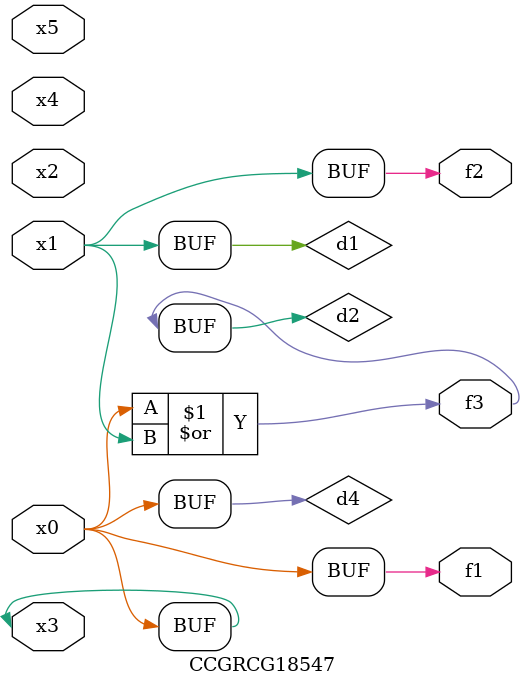
<source format=v>
module CCGRCG18547(
	input x0, x1, x2, x3, x4, x5,
	output f1, f2, f3
);

	wire d1, d2, d3, d4;

	and (d1, x1);
	or (d2, x0, x1);
	nand (d3, x0, x5);
	buf (d4, x0, x3);
	assign f1 = d4;
	assign f2 = d1;
	assign f3 = d2;
endmodule

</source>
